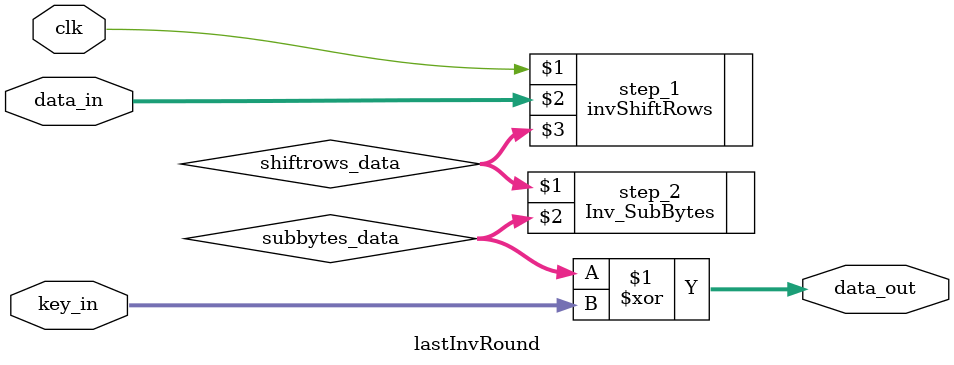
<source format=v>
`timescale 1ns / 1ps

module lastInvRound(
    clk,
    data_in,
    key_in,
    data_out
    );
    
    // Declare inputs and outputs
    // Inputs: clock, input data, round key
    // Outputs: Round output data
    input clk;
    input [127:0] data_in;
    input [127:0] key_in;
    output [127:0] data_out;
    
    // Additional variables - used to store outputs from each step of the round
    wire [127:0] subbytes_data;
    wire [127:0] shiftrows_data;
    wire [255:0] tempout;
    
    // Logic for the final round - misses mix columns
    invShiftRows step_1(clk, data_in, shiftrows_data);
    Inv_SubBytes step_2(shiftrows_data, subbytes_data);
    assign data_out = subbytes_data^key_in;
    
endmodule

</source>
